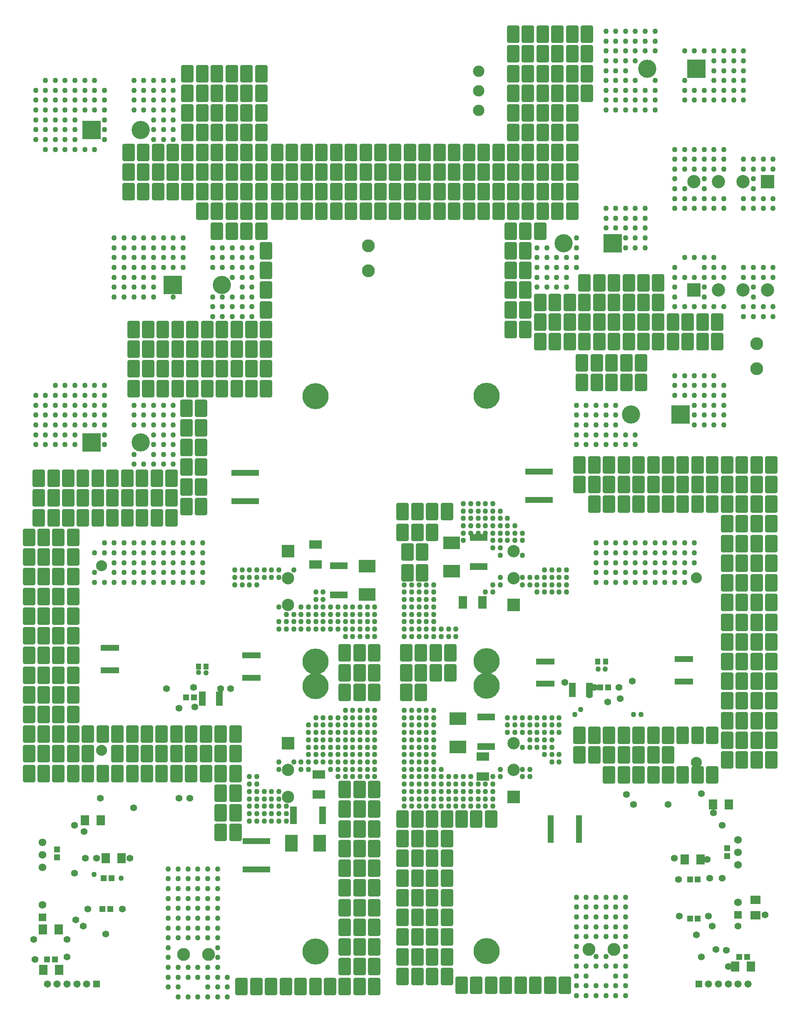
<source format=gbs>
G04 Layer_Color=16711935*
%FSLAX24Y24*%
%MOIN*%
G70*
G01*
G75*
G04:AMPARAMS|DCode=71|XSize=137.8mil|YSize=98.4mil|CornerRadius=9.8mil|HoleSize=0mil|Usage=FLASHONLY|Rotation=90.000|XOffset=0mil|YOffset=0mil|HoleType=Round|Shape=RoundedRectangle|*
%AMROUNDEDRECTD71*
21,1,0.1378,0.0787,0,0,90.0*
21,1,0.1181,0.0984,0,0,90.0*
1,1,0.0197,0.0394,0.0591*
1,1,0.0197,0.0394,-0.0591*
1,1,0.0197,-0.0394,-0.0591*
1,1,0.0197,-0.0394,0.0591*
%
%ADD71ROUNDEDRECTD71*%
%ADD81R,0.0474X0.0513*%
%ADD82R,0.0513X0.0474*%
%ADD83R,0.0533X0.1182*%
%ADD89C,0.0910*%
%ADD91C,0.0615*%
%ADD92R,0.0615X0.0615*%
%ADD93C,0.1064*%
%ADD94R,0.1064X0.1064*%
%ADD95C,0.0579*%
%ADD96R,0.0579X0.0579*%
%ADD97R,0.0986X0.0986*%
%ADD98C,0.0986*%
%ADD99R,0.1458X0.1458*%
%ADD100C,0.1458*%
%ADD101C,0.2088*%
%ADD102C,0.0880*%
%ADD103C,0.1030*%
%ADD104C,0.0434*%
%ADD105C,0.0552*%
%ADD106R,0.1320X0.1045*%
%ADD107R,0.1045X0.1320*%
%ADD108R,0.0651X0.0828*%
%ADD109R,0.0828X0.0651*%
%ADD110R,0.0671X0.1025*%
%ADD111R,0.1025X0.0671*%
%ADD112R,0.1458X0.0493*%
%ADD113R,0.2206X0.0493*%
%ADD114R,0.0493X0.2206*%
%ADD115R,0.0395X0.0493*%
%ADD116R,0.1391X0.0564*%
%ADD117R,0.0564X0.1391*%
D71*
X45374Y24213D02*
D03*
Y22638D02*
D03*
X47736D02*
D03*
X46555D02*
D03*
X47736Y21063D02*
D03*
Y24213D02*
D03*
X46555D02*
D03*
X48917D02*
D03*
Y21063D02*
D03*
X50098Y24213D02*
D03*
Y21063D02*
D03*
X51280Y24213D02*
D03*
Y21063D02*
D03*
X48917Y22638D02*
D03*
X50098D02*
D03*
X51280D02*
D03*
X52461D02*
D03*
Y21063D02*
D03*
X53642D02*
D03*
X54823D02*
D03*
X56004D02*
D03*
X52461Y24213D02*
D03*
X53642D02*
D03*
X54823D02*
D03*
X56004D02*
D03*
X57185Y22244D02*
D03*
X58366D02*
D03*
X59547D02*
D03*
X60728D02*
D03*
X60728Y23819D02*
D03*
X59547D02*
D03*
X58366D02*
D03*
X57185D02*
D03*
X60728Y25394D02*
D03*
X59547D02*
D03*
X58366D02*
D03*
X57185D02*
D03*
X60728Y26969D02*
D03*
X59547D02*
D03*
X58366D02*
D03*
X57185D02*
D03*
Y36417D02*
D03*
X58366D02*
D03*
X59547D02*
D03*
X60728D02*
D03*
Y34843D02*
D03*
X59547D02*
D03*
X58366D02*
D03*
X57185D02*
D03*
X60728Y33268D02*
D03*
X59547D02*
D03*
X58366D02*
D03*
X57185D02*
D03*
Y31693D02*
D03*
X58366D02*
D03*
X59547D02*
D03*
X60728D02*
D03*
X57185Y30118D02*
D03*
X58366D02*
D03*
X59547D02*
D03*
X60728D02*
D03*
X57185Y28543D02*
D03*
X58366D02*
D03*
X59547D02*
D03*
X60728D02*
D03*
Y37992D02*
D03*
X59547D02*
D03*
X58366D02*
D03*
X57185D02*
D03*
X60728Y39567D02*
D03*
X59547D02*
D03*
X58366D02*
D03*
X57185D02*
D03*
X60728Y41142D02*
D03*
X59547D02*
D03*
X58366D02*
D03*
X57185D02*
D03*
X46555Y42717D02*
D03*
X47736D02*
D03*
X48917D02*
D03*
X50098D02*
D03*
X51280D02*
D03*
X52461D02*
D03*
X53642D02*
D03*
X54823D02*
D03*
X56004D02*
D03*
X57185D02*
D03*
X58366D02*
D03*
X59547D02*
D03*
X60728D02*
D03*
X45374Y44291D02*
D03*
X46555D02*
D03*
X47736D02*
D03*
X48917D02*
D03*
X50098D02*
D03*
X51280D02*
D03*
X52461D02*
D03*
X53642D02*
D03*
X54823D02*
D03*
X56004D02*
D03*
X57185D02*
D03*
X58366D02*
D03*
X59547D02*
D03*
X60728D02*
D03*
Y45866D02*
D03*
X59547D02*
D03*
X58366D02*
D03*
X57185D02*
D03*
X56004D02*
D03*
X54823D02*
D03*
X53642D02*
D03*
X52461D02*
D03*
X51280D02*
D03*
X50098D02*
D03*
X48917D02*
D03*
X47736D02*
D03*
X46555D02*
D03*
X45374D02*
D03*
X50295Y52461D02*
D03*
X49114D02*
D03*
X47933D02*
D03*
X46752D02*
D03*
X45571D02*
D03*
Y54035D02*
D03*
X46752D02*
D03*
X47933D02*
D03*
X49114D02*
D03*
X50295D02*
D03*
X56398Y55709D02*
D03*
Y57283D02*
D03*
X55217Y55709D02*
D03*
Y57283D02*
D03*
X54035Y55709D02*
D03*
Y57283D02*
D03*
X52854Y55709D02*
D03*
Y57283D02*
D03*
X51673D02*
D03*
Y55709D02*
D03*
Y58858D02*
D03*
Y60433D02*
D03*
X50492Y57283D02*
D03*
Y55709D02*
D03*
Y58858D02*
D03*
Y60433D02*
D03*
X49311Y57283D02*
D03*
Y55709D02*
D03*
Y58858D02*
D03*
Y60433D02*
D03*
X48130Y57283D02*
D03*
Y55709D02*
D03*
Y58858D02*
D03*
Y60433D02*
D03*
X46949Y57283D02*
D03*
Y55709D02*
D03*
Y58858D02*
D03*
Y60433D02*
D03*
X45768D02*
D03*
Y58858D02*
D03*
X44587D02*
D03*
X45768Y55709D02*
D03*
X44587D02*
D03*
X45768Y57283D02*
D03*
X44587D02*
D03*
X43406Y58858D02*
D03*
X42224D02*
D03*
X43406Y55709D02*
D03*
X42224D02*
D03*
X43406Y57283D02*
D03*
X42224D02*
D03*
X39862Y58268D02*
D03*
X41043D02*
D03*
X39862Y56693D02*
D03*
X41043D02*
D03*
X39862Y59843D02*
D03*
X41043Y61417D02*
D03*
X39862D02*
D03*
X41043Y59843D02*
D03*
Y62992D02*
D03*
X32382Y42126D02*
D03*
X31201D02*
D03*
X34744D02*
D03*
X33563D02*
D03*
X33563Y40453D02*
D03*
X31201D02*
D03*
X32382D02*
D03*
X31594Y38878D02*
D03*
X32776D02*
D03*
Y37205D02*
D03*
X31594D02*
D03*
X44193Y4232D02*
D03*
X43012Y4232D02*
D03*
X41831D02*
D03*
X40650Y4232D02*
D03*
X39469D02*
D03*
X38287Y4232D02*
D03*
X37106D02*
D03*
X35925Y4232D02*
D03*
X34744Y4921D02*
D03*
X33563Y4921D02*
D03*
X32382D02*
D03*
X31201Y4921D02*
D03*
X34744Y6496D02*
D03*
X33563Y6496D02*
D03*
X32382D02*
D03*
X31201Y6496D02*
D03*
X34744Y8071D02*
D03*
X33563Y8071D02*
D03*
X32382D02*
D03*
X31201Y8071D02*
D03*
X34744Y9646D02*
D03*
X33563Y9646D02*
D03*
X32382D02*
D03*
X31201Y9646D02*
D03*
X34744Y11220D02*
D03*
X33563Y11220D02*
D03*
X32382D02*
D03*
X31201Y11220D02*
D03*
X34744Y12795D02*
D03*
X33563Y12795D02*
D03*
X32382D02*
D03*
X31201Y12795D02*
D03*
X34744Y14370D02*
D03*
X33563Y14370D02*
D03*
X32382D02*
D03*
X31201Y14370D02*
D03*
X34744Y15945D02*
D03*
X33563Y15945D02*
D03*
X32382D02*
D03*
X31201Y15945D02*
D03*
Y17520D02*
D03*
X32382Y17520D02*
D03*
X33563D02*
D03*
X34744Y17520D02*
D03*
X35925D02*
D03*
X37106Y17520D02*
D03*
X38287D02*
D03*
X19488Y4134D02*
D03*
X20669D02*
D03*
X21850D02*
D03*
X18307D02*
D03*
X26575Y5709D02*
D03*
X27756Y5709D02*
D03*
X28937D02*
D03*
Y4134D02*
D03*
X27756D02*
D03*
X26575Y4134D02*
D03*
X25394D02*
D03*
X24213D02*
D03*
X23031Y4134D02*
D03*
X26575Y10433D02*
D03*
X27756Y10433D02*
D03*
X28937D02*
D03*
Y8858D02*
D03*
X27756D02*
D03*
X26575Y8858D02*
D03*
X28937Y7283D02*
D03*
X27756D02*
D03*
X26575Y7283D02*
D03*
Y15157D02*
D03*
X27756Y15157D02*
D03*
X28937D02*
D03*
Y13583D02*
D03*
X27756D02*
D03*
X26575Y13583D02*
D03*
X28937Y12008D02*
D03*
X27756D02*
D03*
X26575Y12008D02*
D03*
Y19882D02*
D03*
X27756Y19882D02*
D03*
X28937D02*
D03*
Y18307D02*
D03*
X27756D02*
D03*
X26575Y18307D02*
D03*
X28937Y16732D02*
D03*
X27756D02*
D03*
X26575Y16732D02*
D03*
X35039Y30807D02*
D03*
Y29232D02*
D03*
X33858D02*
D03*
X31496Y30807D02*
D03*
X32677Y30807D02*
D03*
X33858D02*
D03*
X32677Y29232D02*
D03*
X31496Y29232D02*
D03*
X32677Y27657D02*
D03*
X31496Y27657D02*
D03*
X26575Y27657D02*
D03*
X27756Y27657D02*
D03*
X28937D02*
D03*
X26575Y29232D02*
D03*
X27756Y29232D02*
D03*
X28937D02*
D03*
Y30807D02*
D03*
X27756D02*
D03*
X26575Y30807D02*
D03*
X17815Y24311D02*
D03*
Y22736D02*
D03*
Y21161D02*
D03*
Y19587D02*
D03*
Y18012D02*
D03*
Y16437D02*
D03*
X16634Y16437D02*
D03*
Y18012D02*
D03*
Y19587D02*
D03*
Y21161D02*
D03*
Y22736D02*
D03*
Y24311D02*
D03*
X44783Y80315D02*
D03*
X40059D02*
D03*
Y78740D02*
D03*
Y77165D02*
D03*
Y75591D02*
D03*
Y74016D02*
D03*
Y72441D02*
D03*
X40059Y70866D02*
D03*
Y69291D02*
D03*
Y67717D02*
D03*
Y66142D02*
D03*
X39862Y64567D02*
D03*
X41043D02*
D03*
X41240Y66142D02*
D03*
Y67717D02*
D03*
Y69291D02*
D03*
Y70866D02*
D03*
X41240Y72441D02*
D03*
Y74016D02*
D03*
Y75591D02*
D03*
Y77165D02*
D03*
Y78740D02*
D03*
Y80315D02*
D03*
X42224Y64567D02*
D03*
X42421Y66142D02*
D03*
Y67717D02*
D03*
Y69291D02*
D03*
X42421Y70866D02*
D03*
X42421Y72441D02*
D03*
Y74016D02*
D03*
X42421Y75591D02*
D03*
Y77165D02*
D03*
Y78740D02*
D03*
Y80315D02*
D03*
X43602Y66142D02*
D03*
Y67717D02*
D03*
Y69291D02*
D03*
Y70866D02*
D03*
X43602Y72441D02*
D03*
Y74016D02*
D03*
Y75591D02*
D03*
Y77165D02*
D03*
Y78740D02*
D03*
Y80315D02*
D03*
X44783Y67717D02*
D03*
Y69291D02*
D03*
X44783Y70866D02*
D03*
X44783Y77165D02*
D03*
Y78740D02*
D03*
Y75591D02*
D03*
X45965D02*
D03*
Y78740D02*
D03*
Y77165D02*
D03*
Y80315D02*
D03*
X44783Y66142D02*
D03*
X44783Y72441D02*
D03*
Y74016D02*
D03*
X39862Y62992D02*
D03*
X38878Y66142D02*
D03*
Y67717D02*
D03*
Y69291D02*
D03*
Y70866D02*
D03*
X37697D02*
D03*
Y69291D02*
D03*
Y67717D02*
D03*
Y66142D02*
D03*
X29429D02*
D03*
Y67717D02*
D03*
Y69291D02*
D03*
Y70866D02*
D03*
X30610D02*
D03*
Y69291D02*
D03*
Y67717D02*
D03*
Y66142D02*
D03*
X36516D02*
D03*
X36516Y70866D02*
D03*
X36516Y69291D02*
D03*
Y67717D02*
D03*
X35335Y70866D02*
D03*
Y69291D02*
D03*
Y67717D02*
D03*
Y66142D02*
D03*
X34154Y70866D02*
D03*
X34154Y69291D02*
D03*
Y67717D02*
D03*
Y66142D02*
D03*
X32972Y70866D02*
D03*
Y69291D02*
D03*
Y67717D02*
D03*
Y66142D02*
D03*
X31791D02*
D03*
Y67717D02*
D03*
Y69291D02*
D03*
Y70866D02*
D03*
X21161Y66142D02*
D03*
Y67717D02*
D03*
Y69291D02*
D03*
Y70866D02*
D03*
X22343D02*
D03*
Y69291D02*
D03*
Y67717D02*
D03*
Y66142D02*
D03*
X28248D02*
D03*
X28248Y70866D02*
D03*
X28248Y69291D02*
D03*
Y67717D02*
D03*
X27067Y70866D02*
D03*
Y69291D02*
D03*
Y67717D02*
D03*
Y66142D02*
D03*
X25886Y70866D02*
D03*
X25886Y69291D02*
D03*
Y67717D02*
D03*
Y66142D02*
D03*
X24705Y70866D02*
D03*
Y69291D02*
D03*
Y67717D02*
D03*
Y66142D02*
D03*
X23524D02*
D03*
Y67717D02*
D03*
Y69291D02*
D03*
Y70866D02*
D03*
X19882Y70866D02*
D03*
X19882Y77165D02*
D03*
Y75591D02*
D03*
Y74016D02*
D03*
Y72441D02*
D03*
Y69291D02*
D03*
Y67717D02*
D03*
Y66142D02*
D03*
Y64567D02*
D03*
X18701D02*
D03*
Y66142D02*
D03*
Y67717D02*
D03*
Y69291D02*
D03*
Y72441D02*
D03*
Y74016D02*
D03*
Y75591D02*
D03*
Y77165D02*
D03*
X18701Y70866D02*
D03*
X16339D02*
D03*
X16339Y77165D02*
D03*
Y75591D02*
D03*
Y74016D02*
D03*
Y72441D02*
D03*
Y69291D02*
D03*
Y67717D02*
D03*
Y66142D02*
D03*
Y64567D02*
D03*
X17520D02*
D03*
Y66142D02*
D03*
Y67717D02*
D03*
Y69291D02*
D03*
Y72441D02*
D03*
Y74016D02*
D03*
Y75591D02*
D03*
Y77165D02*
D03*
X17520Y70866D02*
D03*
X13976D02*
D03*
X13976Y77165D02*
D03*
Y75591D02*
D03*
Y74016D02*
D03*
Y72441D02*
D03*
Y69291D02*
D03*
Y67717D02*
D03*
X15157D02*
D03*
Y69291D02*
D03*
Y72441D02*
D03*
Y74016D02*
D03*
Y75591D02*
D03*
Y77165D02*
D03*
X15157Y70866D02*
D03*
X12795Y70866D02*
D03*
Y69291D02*
D03*
Y67717D02*
D03*
X11614D02*
D03*
Y69291D02*
D03*
Y70866D02*
D03*
X10433D02*
D03*
Y69291D02*
D03*
Y67717D02*
D03*
X9252Y70866D02*
D03*
Y69291D02*
D03*
Y67717D02*
D03*
X15157Y66142D02*
D03*
X20276Y62992D02*
D03*
Y61417D02*
D03*
Y59843D02*
D03*
Y58268D02*
D03*
Y56693D02*
D03*
Y55118D02*
D03*
Y53543D02*
D03*
Y51968D02*
D03*
X19094Y56693D02*
D03*
Y55118D02*
D03*
Y53543D02*
D03*
Y51968D02*
D03*
X17913Y56693D02*
D03*
Y55118D02*
D03*
Y53543D02*
D03*
Y51968D02*
D03*
X16732Y56693D02*
D03*
Y55118D02*
D03*
Y53543D02*
D03*
Y51968D02*
D03*
X15551Y56693D02*
D03*
Y55118D02*
D03*
Y53543D02*
D03*
Y51968D02*
D03*
X14370Y56693D02*
D03*
Y55118D02*
D03*
Y53543D02*
D03*
Y51968D02*
D03*
X13189Y56693D02*
D03*
Y55118D02*
D03*
Y53543D02*
D03*
Y51968D02*
D03*
X12008Y56693D02*
D03*
Y55118D02*
D03*
Y53543D02*
D03*
Y51968D02*
D03*
X10827Y56693D02*
D03*
Y55118D02*
D03*
Y53543D02*
D03*
Y51968D02*
D03*
X9646Y56693D02*
D03*
Y55118D02*
D03*
Y53543D02*
D03*
Y51968D02*
D03*
X15059Y45669D02*
D03*
Y47244D02*
D03*
Y48819D02*
D03*
Y50394D02*
D03*
X13878D02*
D03*
Y48819D02*
D03*
Y47244D02*
D03*
Y45669D02*
D03*
Y42520D02*
D03*
Y44094D02*
D03*
X15059D02*
D03*
Y42520D02*
D03*
X12697Y41634D02*
D03*
Y43209D02*
D03*
X11516D02*
D03*
Y41634D02*
D03*
Y44783D02*
D03*
X12697D02*
D03*
X10335Y41634D02*
D03*
Y43209D02*
D03*
Y44783D02*
D03*
X6791D02*
D03*
Y43209D02*
D03*
Y41634D02*
D03*
X9154Y44783D02*
D03*
X7972D02*
D03*
Y41634D02*
D03*
Y43209D02*
D03*
X9154D02*
D03*
Y41634D02*
D03*
X3248Y44783D02*
D03*
Y43209D02*
D03*
Y41634D02*
D03*
X5610Y44783D02*
D03*
X4429D02*
D03*
Y41634D02*
D03*
Y43209D02*
D03*
X5610D02*
D03*
Y41634D02*
D03*
X2067Y44783D02*
D03*
Y43209D02*
D03*
Y41634D02*
D03*
X2461Y36909D02*
D03*
Y38484D02*
D03*
X1280D02*
D03*
Y36909D02*
D03*
Y40059D02*
D03*
X2461D02*
D03*
X4823Y38484D02*
D03*
Y36909D02*
D03*
Y40059D02*
D03*
X3642Y36909D02*
D03*
Y38484D02*
D03*
Y40059D02*
D03*
Y35335D02*
D03*
Y33760D02*
D03*
Y32185D02*
D03*
X4823Y35335D02*
D03*
Y32185D02*
D03*
Y33760D02*
D03*
X2461Y35335D02*
D03*
X1280D02*
D03*
Y32185D02*
D03*
Y33760D02*
D03*
X2461D02*
D03*
Y32185D02*
D03*
Y22736D02*
D03*
Y24311D02*
D03*
X1280D02*
D03*
Y22736D02*
D03*
Y25886D02*
D03*
X2461D02*
D03*
X4823Y24311D02*
D03*
Y22736D02*
D03*
Y25886D02*
D03*
X3642Y22736D02*
D03*
Y24311D02*
D03*
Y25886D02*
D03*
Y30610D02*
D03*
Y29035D02*
D03*
Y27461D02*
D03*
X4823Y30610D02*
D03*
Y27461D02*
D03*
Y29035D02*
D03*
X2461Y30610D02*
D03*
X1280D02*
D03*
Y27461D02*
D03*
Y29035D02*
D03*
X2461D02*
D03*
Y27461D02*
D03*
X3642Y21161D02*
D03*
X4823Y21161D02*
D03*
X1280D02*
D03*
X2461D02*
D03*
X7185D02*
D03*
X6004D02*
D03*
X9547D02*
D03*
X8366Y21161D02*
D03*
Y24311D02*
D03*
Y22736D02*
D03*
X9547Y22736D02*
D03*
Y24311D02*
D03*
X6004Y22736D02*
D03*
Y24311D02*
D03*
X7185D02*
D03*
X11909Y21161D02*
D03*
X10728D02*
D03*
X14272D02*
D03*
X13091Y21161D02*
D03*
Y24311D02*
D03*
Y22736D02*
D03*
X14272Y22736D02*
D03*
Y24311D02*
D03*
X10728Y22736D02*
D03*
Y24311D02*
D03*
X11909D02*
D03*
Y22736D02*
D03*
X15453Y24311D02*
D03*
Y22736D02*
D03*
Y21161D02*
D03*
D81*
X58780Y6496D02*
D03*
X58150D02*
D03*
X54843Y9547D02*
D03*
X54213D02*
D03*
X47657Y28051D02*
D03*
X47028D02*
D03*
X54843Y12697D02*
D03*
X54213D02*
D03*
X2736Y6299D02*
D03*
X3366D02*
D03*
X7795Y10335D02*
D03*
X7165D02*
D03*
X13858Y27264D02*
D03*
X14488D02*
D03*
X7894Y12795D02*
D03*
X7264D02*
D03*
D82*
X57185Y14547D02*
D03*
Y15177D02*
D03*
X3543Y14449D02*
D03*
Y15079D02*
D03*
D83*
X15167Y27165D02*
D03*
X16526D02*
D03*
X46152Y27854D02*
D03*
X44793D02*
D03*
D89*
X37303Y77346D02*
D03*
Y75787D02*
D03*
Y74228D02*
D03*
D91*
X58071Y15843D02*
D03*
Y14843D02*
D03*
Y13843D02*
D03*
Y10843D02*
D03*
X2362Y15653D02*
D03*
Y14653D02*
D03*
Y13653D02*
D03*
Y10653D02*
D03*
D92*
X58071Y9843D02*
D03*
X2362Y9653D02*
D03*
D93*
X58465Y68504D02*
D03*
X56496D02*
D03*
X54528D02*
D03*
X56496Y59843D02*
D03*
X58465D02*
D03*
X60433D02*
D03*
D94*
Y68504D02*
D03*
X54528Y59843D02*
D03*
D95*
X2753Y4331D02*
D03*
X3543D02*
D03*
X4331D02*
D03*
X5118D02*
D03*
X5906D02*
D03*
X58861Y4331D02*
D03*
X58071D02*
D03*
X57283D02*
D03*
X56496D02*
D03*
X55709D02*
D03*
D96*
X6693Y4331D02*
D03*
X54921Y4331D02*
D03*
D97*
X40098Y34655D02*
D03*
X22028Y38947D02*
D03*
Y23593D02*
D03*
X40098Y19301D02*
D03*
D98*
Y36801D02*
D03*
Y38947D02*
D03*
X22028Y36801D02*
D03*
Y34655D02*
D03*
Y21447D02*
D03*
Y19301D02*
D03*
X40098Y21447D02*
D03*
Y23593D02*
D03*
D99*
X12795Y60236D02*
D03*
X54724Y77559D02*
D03*
X48032Y63583D02*
D03*
X53445Y49902D02*
D03*
X6299Y72638D02*
D03*
Y47638D02*
D03*
D100*
X16732Y60236D02*
D03*
X50787Y77559D02*
D03*
X44094Y63583D02*
D03*
X49508Y49902D02*
D03*
X10236Y72638D02*
D03*
Y47638D02*
D03*
D101*
X37933Y28179D02*
D03*
Y6949D02*
D03*
X24232Y6909D02*
D03*
Y28140D02*
D03*
X37933Y51378D02*
D03*
Y30148D02*
D03*
X24232Y30108D02*
D03*
Y51339D02*
D03*
D102*
X54724Y36811D02*
D03*
Y22047D02*
D03*
X7087Y37795D02*
D03*
Y23031D02*
D03*
D103*
X59547Y55543D02*
D03*
Y53543D02*
D03*
X15650Y6693D02*
D03*
X13650D02*
D03*
X28445Y61386D02*
D03*
Y63386D02*
D03*
X48130Y7087D02*
D03*
X46130D02*
D03*
D104*
X19134Y63228D02*
D03*
Y62441D02*
D03*
Y61654D02*
D03*
Y60866D02*
D03*
Y60079D02*
D03*
Y59291D02*
D03*
Y58504D02*
D03*
Y57717D02*
D03*
X18346Y63228D02*
D03*
Y62441D02*
D03*
Y61654D02*
D03*
Y60866D02*
D03*
Y60079D02*
D03*
Y59291D02*
D03*
Y58504D02*
D03*
Y57717D02*
D03*
X17559Y63228D02*
D03*
Y62441D02*
D03*
Y61654D02*
D03*
Y60866D02*
D03*
Y59291D02*
D03*
Y58504D02*
D03*
Y57717D02*
D03*
X16772Y63228D02*
D03*
Y62441D02*
D03*
Y61654D02*
D03*
Y59291D02*
D03*
Y58504D02*
D03*
Y57717D02*
D03*
X15984Y63228D02*
D03*
Y62441D02*
D03*
Y61654D02*
D03*
Y59291D02*
D03*
Y58504D02*
D03*
Y57717D02*
D03*
X12835Y76614D02*
D03*
Y75827D02*
D03*
Y75039D02*
D03*
Y74252D02*
D03*
Y73465D02*
D03*
Y72677D02*
D03*
Y71890D02*
D03*
X12047Y76614D02*
D03*
Y75827D02*
D03*
Y75039D02*
D03*
Y74252D02*
D03*
Y73465D02*
D03*
Y72677D02*
D03*
Y71890D02*
D03*
X11260Y76614D02*
D03*
Y75827D02*
D03*
Y75039D02*
D03*
Y74252D02*
D03*
Y73465D02*
D03*
Y72677D02*
D03*
Y71890D02*
D03*
X10472Y76614D02*
D03*
Y75827D02*
D03*
Y75039D02*
D03*
Y74252D02*
D03*
X9685Y76614D02*
D03*
Y75827D02*
D03*
Y75039D02*
D03*
Y74252D02*
D03*
X13622Y64016D02*
D03*
Y63228D02*
D03*
Y62441D02*
D03*
Y61654D02*
D03*
X12835Y64016D02*
D03*
Y63228D02*
D03*
Y62441D02*
D03*
Y61654D02*
D03*
Y59291D02*
D03*
X12047Y64016D02*
D03*
Y63228D02*
D03*
Y62441D02*
D03*
Y61654D02*
D03*
X11260Y64016D02*
D03*
Y63228D02*
D03*
Y62441D02*
D03*
Y61654D02*
D03*
Y60866D02*
D03*
Y60079D02*
D03*
Y59291D02*
D03*
X10472Y64016D02*
D03*
Y63228D02*
D03*
Y62441D02*
D03*
Y61654D02*
D03*
Y60866D02*
D03*
Y60079D02*
D03*
Y59291D02*
D03*
X9685Y64016D02*
D03*
Y63228D02*
D03*
Y62441D02*
D03*
Y61654D02*
D03*
Y60866D02*
D03*
Y60079D02*
D03*
Y59291D02*
D03*
X8898Y64016D02*
D03*
Y63228D02*
D03*
Y62441D02*
D03*
Y61654D02*
D03*
Y60866D02*
D03*
Y60079D02*
D03*
Y59291D02*
D03*
X8110Y64016D02*
D03*
Y63228D02*
D03*
Y62441D02*
D03*
Y61654D02*
D03*
Y60866D02*
D03*
Y60079D02*
D03*
Y59291D02*
D03*
X7323Y75827D02*
D03*
Y75039D02*
D03*
Y74252D02*
D03*
Y73465D02*
D03*
Y72677D02*
D03*
Y71890D02*
D03*
Y52205D02*
D03*
Y51417D02*
D03*
Y50630D02*
D03*
Y49843D02*
D03*
Y49055D02*
D03*
Y48268D02*
D03*
Y47480D02*
D03*
X6535Y76614D02*
D03*
Y75827D02*
D03*
Y75039D02*
D03*
Y74252D02*
D03*
Y71102D02*
D03*
Y52205D02*
D03*
Y51417D02*
D03*
Y50630D02*
D03*
Y49843D02*
D03*
Y49055D02*
D03*
X5748Y76614D02*
D03*
Y75827D02*
D03*
Y75039D02*
D03*
Y74252D02*
D03*
Y71102D02*
D03*
Y52205D02*
D03*
Y51417D02*
D03*
Y50630D02*
D03*
Y49843D02*
D03*
Y49055D02*
D03*
X4961Y76614D02*
D03*
Y75827D02*
D03*
Y75039D02*
D03*
Y74252D02*
D03*
Y73465D02*
D03*
Y72677D02*
D03*
Y71890D02*
D03*
Y71102D02*
D03*
Y52205D02*
D03*
Y51417D02*
D03*
Y50630D02*
D03*
Y49843D02*
D03*
Y49055D02*
D03*
Y48268D02*
D03*
Y47480D02*
D03*
X4173Y76614D02*
D03*
Y75827D02*
D03*
Y75039D02*
D03*
Y74252D02*
D03*
Y73465D02*
D03*
Y72677D02*
D03*
Y71890D02*
D03*
Y71102D02*
D03*
Y52205D02*
D03*
Y51417D02*
D03*
Y50630D02*
D03*
Y49843D02*
D03*
Y49055D02*
D03*
Y48268D02*
D03*
Y47480D02*
D03*
X3386Y76614D02*
D03*
Y75827D02*
D03*
Y75039D02*
D03*
Y74252D02*
D03*
Y73465D02*
D03*
Y72677D02*
D03*
Y71890D02*
D03*
Y71102D02*
D03*
Y52205D02*
D03*
Y51417D02*
D03*
Y50630D02*
D03*
Y49843D02*
D03*
Y49055D02*
D03*
Y48268D02*
D03*
Y47480D02*
D03*
X2598Y76614D02*
D03*
Y75827D02*
D03*
Y75039D02*
D03*
Y74252D02*
D03*
Y73465D02*
D03*
Y72677D02*
D03*
Y71890D02*
D03*
Y71102D02*
D03*
Y51417D02*
D03*
Y50630D02*
D03*
Y49843D02*
D03*
Y49055D02*
D03*
Y48268D02*
D03*
Y47480D02*
D03*
X1811Y75827D02*
D03*
Y75039D02*
D03*
Y74252D02*
D03*
Y73465D02*
D03*
Y72677D02*
D03*
Y71890D02*
D03*
Y51417D02*
D03*
Y50630D02*
D03*
Y49843D02*
D03*
Y49055D02*
D03*
Y48268D02*
D03*
Y47480D02*
D03*
X8110Y36457D02*
D03*
X9685D02*
D03*
X6535Y37244D02*
D03*
X8110D02*
D03*
X9685Y38032D02*
D03*
X11260Y37244D02*
D03*
X10472D02*
D03*
X12835Y38032D02*
D03*
X6535Y38819D02*
D03*
X7323Y39606D02*
D03*
X10472Y38819D02*
D03*
X11260D02*
D03*
X12047D02*
D03*
X13622D02*
D03*
X12047Y39606D02*
D03*
X14409Y38819D02*
D03*
Y37244D02*
D03*
X15197Y39606D02*
D03*
X9685D02*
D03*
X47480Y36457D02*
D03*
X48268D02*
D03*
X46693D02*
D03*
X47480Y37244D02*
D03*
X48268D02*
D03*
X46693Y38032D02*
D03*
X47480D02*
D03*
X51417Y36457D02*
D03*
X50630D02*
D03*
X49055Y38032D02*
D03*
X51417Y37244D02*
D03*
X50630D02*
D03*
X46693Y38819D02*
D03*
X47480Y39606D02*
D03*
X46693D02*
D03*
X49055D02*
D03*
X49843Y38032D02*
D03*
X50630D02*
D03*
X52205D02*
D03*
X50630Y38819D02*
D03*
X49843Y39606D02*
D03*
X50630D02*
D03*
Y63228D02*
D03*
X52205Y39606D02*
D03*
X52992Y37244D02*
D03*
X53780Y36457D02*
D03*
X52992Y38032D02*
D03*
X53780Y37244D02*
D03*
X52992Y38819D02*
D03*
X53780Y38032D02*
D03*
X54567Y38819D02*
D03*
Y38032D02*
D03*
X56929Y49055D02*
D03*
X56142D02*
D03*
X55354Y49843D02*
D03*
X56142D02*
D03*
X53780Y52205D02*
D03*
Y51417D02*
D03*
X54567Y50630D02*
D03*
Y51417D02*
D03*
X55354Y50630D02*
D03*
X54567Y52992D02*
D03*
X55354Y51417D02*
D03*
X56929D02*
D03*
X55354Y52205D02*
D03*
X56142D02*
D03*
Y52992D02*
D03*
X47480Y64803D02*
D03*
X48268Y65591D02*
D03*
Y64803D02*
D03*
X49055Y64016D02*
D03*
Y64803D02*
D03*
X48268Y66378D02*
D03*
X49843Y63228D02*
D03*
Y65591D02*
D03*
Y66378D02*
D03*
X50630D02*
D03*
X54567D02*
D03*
X53780Y69528D02*
D03*
X52992D02*
D03*
X54567Y71102D02*
D03*
Y70315D02*
D03*
Y75827D02*
D03*
Y75039D02*
D03*
X55354Y66378D02*
D03*
Y67953D02*
D03*
X56142Y66378D02*
D03*
Y69528D02*
D03*
X55354Y70315D02*
D03*
X56142Y71102D02*
D03*
X55354Y75039D02*
D03*
X56929Y71102D02*
D03*
Y75039D02*
D03*
X57717D02*
D03*
X55354Y75827D02*
D03*
X56929Y76614D02*
D03*
X55354Y78976D02*
D03*
X56142Y78189D02*
D03*
Y78976D02*
D03*
X56929Y78189D02*
D03*
X57717Y75827D02*
D03*
Y77402D02*
D03*
X58504Y75827D02*
D03*
X56929Y78976D02*
D03*
X57717D02*
D03*
X45118Y47480D02*
D03*
Y48268D02*
D03*
X45906Y47480D02*
D03*
X46693Y48268D02*
D03*
X45906Y49843D02*
D03*
X45118Y50630D02*
D03*
X46693D02*
D03*
Y47480D02*
D03*
X49055D02*
D03*
X48268Y49055D02*
D03*
X49055Y48268D02*
D03*
X49843D02*
D03*
X47480Y50630D02*
D03*
X53780Y58504D02*
D03*
X52992Y60866D02*
D03*
X55354Y58504D02*
D03*
Y59291D02*
D03*
Y60079D02*
D03*
X47480Y75039D02*
D03*
X48268Y74252D02*
D03*
Y75039D02*
D03*
X49055Y74252D02*
D03*
X47480Y75827D02*
D03*
X48268Y76614D02*
D03*
Y77402D02*
D03*
X47480Y78189D02*
D03*
Y78976D02*
D03*
Y80551D02*
D03*
X48268D02*
D03*
X49055Y75039D02*
D03*
X48268Y78189D02*
D03*
Y79764D02*
D03*
Y78976D02*
D03*
X49055Y80551D02*
D03*
X50630Y74252D02*
D03*
X49843Y75039D02*
D03*
X51417D02*
D03*
X55354Y61654D02*
D03*
X56142D02*
D03*
X54567Y62441D02*
D03*
X55354D02*
D03*
X53780D02*
D03*
X56142D02*
D03*
X49055Y77402D02*
D03*
X49843Y75827D02*
D03*
Y78189D02*
D03*
X49055Y78976D02*
D03*
X49843D02*
D03*
Y79764D02*
D03*
X51417Y75827D02*
D03*
Y78976D02*
D03*
X50630Y79764D02*
D03*
X51417D02*
D03*
X24252Y34488D02*
D03*
X24843D02*
D03*
X25433D02*
D03*
X24252Y35669D02*
D03*
X24843D02*
D03*
X26024Y34488D02*
D03*
X25433Y33898D02*
D03*
X46850Y29528D02*
D03*
X44331Y37441D02*
D03*
Y36850D02*
D03*
Y36260D02*
D03*
Y35669D02*
D03*
X43740Y37441D02*
D03*
Y36850D02*
D03*
Y36260D02*
D03*
Y35669D02*
D03*
X43150Y37441D02*
D03*
Y36850D02*
D03*
Y36260D02*
D03*
Y35669D02*
D03*
X42559Y37441D02*
D03*
Y36850D02*
D03*
Y36260D02*
D03*
Y35669D02*
D03*
X41968Y36850D02*
D03*
Y36260D02*
D03*
Y35669D02*
D03*
X41378Y36850D02*
D03*
Y36260D02*
D03*
X40787Y36850D02*
D03*
Y36260D02*
D03*
X39016Y36850D02*
D03*
Y36260D02*
D03*
X38425D02*
D03*
Y35669D02*
D03*
X37835D02*
D03*
X49055Y11260D02*
D03*
Y10472D02*
D03*
Y9685D02*
D03*
Y8898D02*
D03*
Y8110D02*
D03*
Y7323D02*
D03*
Y6535D02*
D03*
Y5748D02*
D03*
Y4961D02*
D03*
Y4173D02*
D03*
Y3386D02*
D03*
X48268Y11260D02*
D03*
Y10472D02*
D03*
Y9685D02*
D03*
Y8898D02*
D03*
Y8110D02*
D03*
Y5748D02*
D03*
Y4961D02*
D03*
Y4173D02*
D03*
Y3386D02*
D03*
X47480Y11260D02*
D03*
Y10472D02*
D03*
Y9685D02*
D03*
Y8898D02*
D03*
Y8110D02*
D03*
Y6535D02*
D03*
Y5748D02*
D03*
Y4173D02*
D03*
Y3386D02*
D03*
X46693Y11260D02*
D03*
Y10472D02*
D03*
Y9685D02*
D03*
Y8898D02*
D03*
Y8110D02*
D03*
Y6535D02*
D03*
Y5748D02*
D03*
Y4173D02*
D03*
Y3386D02*
D03*
X45906Y11260D02*
D03*
Y10472D02*
D03*
Y9685D02*
D03*
Y8898D02*
D03*
Y8110D02*
D03*
Y5748D02*
D03*
Y4961D02*
D03*
Y4173D02*
D03*
Y3386D02*
D03*
X45118Y11260D02*
D03*
Y10472D02*
D03*
Y9685D02*
D03*
Y8898D02*
D03*
Y8110D02*
D03*
Y7323D02*
D03*
Y6535D02*
D03*
Y5748D02*
D03*
Y4961D02*
D03*
Y4173D02*
D03*
Y3386D02*
D03*
X21890Y18543D02*
D03*
Y17953D02*
D03*
Y17362D02*
D03*
X21299Y19724D02*
D03*
Y19134D02*
D03*
Y18543D02*
D03*
Y17953D02*
D03*
Y17362D02*
D03*
X20709Y19724D02*
D03*
Y19134D02*
D03*
Y18543D02*
D03*
Y17953D02*
D03*
Y17362D02*
D03*
X20118Y19724D02*
D03*
Y19134D02*
D03*
Y18543D02*
D03*
Y17953D02*
D03*
Y17362D02*
D03*
X19528Y20905D02*
D03*
Y20315D02*
D03*
Y19724D02*
D03*
Y19134D02*
D03*
Y18543D02*
D03*
Y17953D02*
D03*
Y17362D02*
D03*
X18937Y20905D02*
D03*
Y20315D02*
D03*
Y19724D02*
D03*
Y19134D02*
D03*
Y18543D02*
D03*
Y17953D02*
D03*
Y17362D02*
D03*
X31339Y19134D02*
D03*
X31929Y18543D02*
D03*
X32520D02*
D03*
X31339Y19724D02*
D03*
Y20905D02*
D03*
X31929Y19724D02*
D03*
Y19134D02*
D03*
X31339Y23268D02*
D03*
Y24449D02*
D03*
Y23858D02*
D03*
X31929Y20905D02*
D03*
Y21496D02*
D03*
X32520Y20315D02*
D03*
Y19134D02*
D03*
Y22087D02*
D03*
Y20905D02*
D03*
X31929Y23858D02*
D03*
Y23268D02*
D03*
Y24449D02*
D03*
X32520Y23268D02*
D03*
X33110Y19134D02*
D03*
Y18543D02*
D03*
X33701Y19134D02*
D03*
X34291Y18543D02*
D03*
X32520Y21496D02*
D03*
X33110Y20905D02*
D03*
Y22087D02*
D03*
X32520Y23858D02*
D03*
X33701Y20315D02*
D03*
Y19724D02*
D03*
X34291Y21496D02*
D03*
X33701Y24449D02*
D03*
X31339Y25039D02*
D03*
Y25630D02*
D03*
Y26220D02*
D03*
X31929Y25630D02*
D03*
Y26220D02*
D03*
X31339Y32126D02*
D03*
Y32717D02*
D03*
X31929Y33898D02*
D03*
Y25039D02*
D03*
X32520D02*
D03*
Y26220D02*
D03*
Y32126D02*
D03*
X31929D02*
D03*
Y33307D02*
D03*
X32520D02*
D03*
Y32717D02*
D03*
Y33898D02*
D03*
X31339Y35079D02*
D03*
Y34488D02*
D03*
Y36260D02*
D03*
Y35669D02*
D03*
X31929Y34488D02*
D03*
X32520Y36260D02*
D03*
Y34488D02*
D03*
X33110Y25630D02*
D03*
Y33307D02*
D03*
Y32717D02*
D03*
X33701Y33307D02*
D03*
X34291Y32126D02*
D03*
X33701D02*
D03*
X32520Y35079D02*
D03*
X33701Y36260D02*
D03*
X36654Y18543D02*
D03*
X37835D02*
D03*
X34882Y19134D02*
D03*
Y19724D02*
D03*
X35472Y19134D02*
D03*
X34882Y20315D02*
D03*
X35472Y19724D02*
D03*
X34882Y32126D02*
D03*
X35472Y20315D02*
D03*
Y32126D02*
D03*
X36063Y19724D02*
D03*
Y20905D02*
D03*
X37244Y20315D02*
D03*
X34882Y32717D02*
D03*
X36063Y40394D02*
D03*
Y39803D02*
D03*
X36654Y40394D02*
D03*
Y40984D02*
D03*
X37244Y40394D02*
D03*
X36654Y42165D02*
D03*
X37244Y41575D02*
D03*
X37835Y19134D02*
D03*
X38425D02*
D03*
Y20315D02*
D03*
Y19724D02*
D03*
X37835Y20315D02*
D03*
X38425Y20905D02*
D03*
X39016Y38622D02*
D03*
X38425Y39803D02*
D03*
X40787Y21496D02*
D03*
X41378Y20905D02*
D03*
X39016Y39213D02*
D03*
X39606Y39803D02*
D03*
X37835Y40984D02*
D03*
Y40394D02*
D03*
Y42165D02*
D03*
X38425D02*
D03*
Y42756D02*
D03*
X39016Y40394D02*
D03*
Y39803D02*
D03*
X39606Y40394D02*
D03*
X40787D02*
D03*
X39016Y41575D02*
D03*
Y40984D02*
D03*
X39606Y41575D02*
D03*
X41378Y21496D02*
D03*
X40787Y20905D02*
D03*
X39016Y21496D02*
D03*
Y20905D02*
D03*
X38425Y18543D02*
D03*
X37835Y19724D02*
D03*
X37244D02*
D03*
Y19134D02*
D03*
Y18543D02*
D03*
X36654Y20905D02*
D03*
Y20315D02*
D03*
Y19724D02*
D03*
Y19134D02*
D03*
X36063Y20315D02*
D03*
Y19134D02*
D03*
Y18543D02*
D03*
X35472Y20905D02*
D03*
Y18543D02*
D03*
X34882Y20905D02*
D03*
Y18543D02*
D03*
X34291Y20905D02*
D03*
Y20315D02*
D03*
Y19724D02*
D03*
Y19134D02*
D03*
X33701Y26220D02*
D03*
Y25630D02*
D03*
Y25039D02*
D03*
Y23858D02*
D03*
Y23268D02*
D03*
Y22677D02*
D03*
Y22087D02*
D03*
Y21496D02*
D03*
Y20905D02*
D03*
Y18543D02*
D03*
X33110Y26220D02*
D03*
Y25039D02*
D03*
Y24449D02*
D03*
Y23858D02*
D03*
Y23268D02*
D03*
Y22677D02*
D03*
Y21496D02*
D03*
Y20315D02*
D03*
Y19724D02*
D03*
X32520Y25630D02*
D03*
Y24449D02*
D03*
Y22677D02*
D03*
Y19724D02*
D03*
X31929Y22677D02*
D03*
Y22087D02*
D03*
Y20315D02*
D03*
X31339Y22677D02*
D03*
Y22087D02*
D03*
Y21496D02*
D03*
Y20315D02*
D03*
Y18543D02*
D03*
X35472Y32717D02*
D03*
X34291D02*
D03*
X33701Y35669D02*
D03*
Y35079D02*
D03*
Y34488D02*
D03*
Y33898D02*
D03*
Y32717D02*
D03*
X33110Y36260D02*
D03*
Y35669D02*
D03*
Y35079D02*
D03*
Y34488D02*
D03*
Y33898D02*
D03*
Y32126D02*
D03*
X32520Y35669D02*
D03*
X31929Y36260D02*
D03*
Y35669D02*
D03*
Y35079D02*
D03*
Y32717D02*
D03*
X31339Y33898D02*
D03*
Y33307D02*
D03*
X40787Y39803D02*
D03*
Y38622D02*
D03*
X40197Y40984D02*
D03*
Y40394D02*
D03*
Y39803D02*
D03*
X39606Y40984D02*
D03*
X39016Y42165D02*
D03*
X38425Y41575D02*
D03*
Y40984D02*
D03*
Y40394D02*
D03*
Y39213D02*
D03*
X37835Y42756D02*
D03*
Y41575D02*
D03*
X37244Y42756D02*
D03*
Y42165D02*
D03*
Y40984D02*
D03*
X36654Y42756D02*
D03*
Y41575D02*
D03*
X36063Y42756D02*
D03*
Y42165D02*
D03*
Y41575D02*
D03*
Y40984D02*
D03*
X17165Y4862D02*
D03*
Y4075D02*
D03*
Y3287D02*
D03*
X16378Y13524D02*
D03*
Y12736D02*
D03*
Y11949D02*
D03*
Y11161D02*
D03*
Y10374D02*
D03*
Y9587D02*
D03*
Y8799D02*
D03*
Y8012D02*
D03*
Y7224D02*
D03*
Y6437D02*
D03*
Y5650D02*
D03*
Y4862D02*
D03*
Y4075D02*
D03*
Y3287D02*
D03*
X15591Y13524D02*
D03*
Y12736D02*
D03*
Y11949D02*
D03*
Y11161D02*
D03*
Y10374D02*
D03*
Y9587D02*
D03*
Y8799D02*
D03*
Y8012D02*
D03*
Y5650D02*
D03*
Y4862D02*
D03*
Y4075D02*
D03*
Y3287D02*
D03*
X14803Y13524D02*
D03*
Y12736D02*
D03*
Y11949D02*
D03*
Y11161D02*
D03*
Y10374D02*
D03*
Y9587D02*
D03*
Y8799D02*
D03*
Y8012D02*
D03*
Y5650D02*
D03*
Y4862D02*
D03*
Y3287D02*
D03*
X14016Y13524D02*
D03*
Y12736D02*
D03*
Y11949D02*
D03*
Y11161D02*
D03*
Y10374D02*
D03*
Y9587D02*
D03*
Y8799D02*
D03*
Y8012D02*
D03*
Y5650D02*
D03*
Y4862D02*
D03*
Y3287D02*
D03*
X13228Y13524D02*
D03*
Y12736D02*
D03*
Y11949D02*
D03*
Y11161D02*
D03*
Y10374D02*
D03*
Y9587D02*
D03*
Y8799D02*
D03*
Y8012D02*
D03*
Y5650D02*
D03*
Y4862D02*
D03*
Y4075D02*
D03*
Y3287D02*
D03*
X12441Y13524D02*
D03*
Y12736D02*
D03*
Y11949D02*
D03*
Y11161D02*
D03*
Y10374D02*
D03*
Y9587D02*
D03*
Y8799D02*
D03*
Y8012D02*
D03*
Y7224D02*
D03*
Y6437D02*
D03*
Y5650D02*
D03*
Y4862D02*
D03*
Y4075D02*
D03*
X28976Y26220D02*
D03*
Y25630D02*
D03*
Y25039D02*
D03*
Y24449D02*
D03*
Y23858D02*
D03*
Y23268D02*
D03*
Y22677D02*
D03*
Y22087D02*
D03*
Y21496D02*
D03*
Y20905D02*
D03*
X28386Y26220D02*
D03*
Y25630D02*
D03*
Y25039D02*
D03*
Y24449D02*
D03*
Y23858D02*
D03*
Y23268D02*
D03*
Y22677D02*
D03*
Y22087D02*
D03*
Y21496D02*
D03*
Y20905D02*
D03*
X27795Y26220D02*
D03*
Y25630D02*
D03*
Y25039D02*
D03*
Y24449D02*
D03*
Y23858D02*
D03*
Y23268D02*
D03*
Y22677D02*
D03*
Y22087D02*
D03*
Y21496D02*
D03*
Y20905D02*
D03*
X27205Y26220D02*
D03*
Y25630D02*
D03*
Y25039D02*
D03*
Y24449D02*
D03*
Y23858D02*
D03*
Y23268D02*
D03*
Y22677D02*
D03*
Y22087D02*
D03*
Y21496D02*
D03*
Y20905D02*
D03*
X26614Y26220D02*
D03*
Y25630D02*
D03*
Y25039D02*
D03*
Y24449D02*
D03*
Y23858D02*
D03*
Y23268D02*
D03*
Y22677D02*
D03*
Y22087D02*
D03*
Y21496D02*
D03*
Y20905D02*
D03*
X26024Y25630D02*
D03*
Y25039D02*
D03*
Y24449D02*
D03*
Y23858D02*
D03*
Y23268D02*
D03*
Y22677D02*
D03*
Y22087D02*
D03*
Y21496D02*
D03*
Y20905D02*
D03*
X25433Y25630D02*
D03*
Y25039D02*
D03*
Y24449D02*
D03*
Y23858D02*
D03*
Y23268D02*
D03*
Y22677D02*
D03*
Y22087D02*
D03*
Y21496D02*
D03*
X24843Y25630D02*
D03*
Y25039D02*
D03*
Y24449D02*
D03*
Y23858D02*
D03*
Y23268D02*
D03*
Y22677D02*
D03*
Y22087D02*
D03*
X24252Y25630D02*
D03*
Y25039D02*
D03*
Y24449D02*
D03*
Y23858D02*
D03*
Y23268D02*
D03*
Y22677D02*
D03*
Y22087D02*
D03*
X23661Y25039D02*
D03*
Y24449D02*
D03*
Y23858D02*
D03*
Y23268D02*
D03*
Y22677D02*
D03*
Y22087D02*
D03*
Y21496D02*
D03*
X23071Y22087D02*
D03*
Y21496D02*
D03*
X22480Y22087D02*
D03*
X21299D02*
D03*
Y21496D02*
D03*
X6535Y36457D02*
D03*
X7323D02*
D03*
Y38819D02*
D03*
X8110Y38032D02*
D03*
Y38819D02*
D03*
Y39606D02*
D03*
X8898Y36457D02*
D03*
Y37244D02*
D03*
Y38032D02*
D03*
Y38819D02*
D03*
Y39606D02*
D03*
X9685Y37244D02*
D03*
Y38819D02*
D03*
X10472Y36457D02*
D03*
Y38032D02*
D03*
Y39606D02*
D03*
X11260Y36457D02*
D03*
Y38032D02*
D03*
Y39606D02*
D03*
X12047Y36457D02*
D03*
Y37244D02*
D03*
Y38032D02*
D03*
X12835Y36457D02*
D03*
Y37244D02*
D03*
Y38819D02*
D03*
Y39606D02*
D03*
X13622Y36457D02*
D03*
Y37244D02*
D03*
Y38032D02*
D03*
Y39606D02*
D03*
X14409Y36457D02*
D03*
Y38032D02*
D03*
Y39606D02*
D03*
X15197Y36457D02*
D03*
Y37244D02*
D03*
Y38032D02*
D03*
Y38819D02*
D03*
X46693Y37244D02*
D03*
X47480Y38819D02*
D03*
X48268Y38032D02*
D03*
Y38819D02*
D03*
Y39606D02*
D03*
X49055Y36457D02*
D03*
Y37244D02*
D03*
Y38819D02*
D03*
X49843Y36457D02*
D03*
Y37244D02*
D03*
Y38819D02*
D03*
X51417Y38032D02*
D03*
Y38819D02*
D03*
Y39606D02*
D03*
X52205Y36457D02*
D03*
Y37244D02*
D03*
Y38819D02*
D03*
X52992Y36457D02*
D03*
Y39606D02*
D03*
X53780Y38819D02*
D03*
Y39606D02*
D03*
X54567D02*
D03*
X47441Y29527D02*
D03*
X45472Y26280D02*
D03*
X44980Y25886D02*
D03*
X49705D02*
D03*
X50295D02*
D03*
X17756Y36260D02*
D03*
Y36850D02*
D03*
Y37441D02*
D03*
X18346Y36260D02*
D03*
Y36850D02*
D03*
Y37441D02*
D03*
X18937Y36260D02*
D03*
Y36850D02*
D03*
Y37441D02*
D03*
X19528Y36260D02*
D03*
Y36850D02*
D03*
Y37441D02*
D03*
X20118Y36850D02*
D03*
Y37441D02*
D03*
X20709Y36850D02*
D03*
Y37441D02*
D03*
X21299Y36850D02*
D03*
Y37441D02*
D03*
X22480D02*
D03*
X21299Y32717D02*
D03*
Y33307D02*
D03*
Y34488D02*
D03*
X21890Y32717D02*
D03*
Y33307D02*
D03*
Y33898D02*
D03*
X22480Y32717D02*
D03*
Y33307D02*
D03*
Y33898D02*
D03*
X23071Y32717D02*
D03*
Y33307D02*
D03*
Y33898D02*
D03*
Y34488D02*
D03*
X23661Y32717D02*
D03*
Y33307D02*
D03*
Y33898D02*
D03*
Y34488D02*
D03*
X24252Y32717D02*
D03*
Y33307D02*
D03*
Y33898D02*
D03*
Y35079D02*
D03*
X24843Y32717D02*
D03*
Y33307D02*
D03*
Y33898D02*
D03*
Y35079D02*
D03*
X25433Y32717D02*
D03*
Y33307D02*
D03*
X26024Y32717D02*
D03*
Y33307D02*
D03*
Y33898D02*
D03*
X26614Y32126D02*
D03*
Y32717D02*
D03*
Y33307D02*
D03*
Y33898D02*
D03*
Y34488D02*
D03*
X27205Y32126D02*
D03*
Y32717D02*
D03*
Y33307D02*
D03*
Y33898D02*
D03*
Y34488D02*
D03*
X27795Y32126D02*
D03*
Y32717D02*
D03*
Y33307D02*
D03*
Y33898D02*
D03*
Y34488D02*
D03*
X28386Y32126D02*
D03*
Y32717D02*
D03*
Y33307D02*
D03*
Y33898D02*
D03*
Y34488D02*
D03*
X28976Y32126D02*
D03*
Y32717D02*
D03*
Y33307D02*
D03*
Y33898D02*
D03*
Y34488D02*
D03*
X14852Y29242D02*
D03*
X15453Y29232D02*
D03*
X6496Y13091D02*
D03*
X8661Y12795D02*
D03*
X53780Y75039D02*
D03*
Y75827D02*
D03*
Y76614D02*
D03*
Y78976D02*
D03*
X54567D02*
D03*
X56142Y75039D02*
D03*
Y75827D02*
D03*
Y76614D02*
D03*
Y77402D02*
D03*
X56929Y75827D02*
D03*
Y77402D02*
D03*
X57717Y76614D02*
D03*
Y78189D02*
D03*
X58504Y75039D02*
D03*
Y76614D02*
D03*
Y77402D02*
D03*
Y78189D02*
D03*
Y78976D02*
D03*
X52992Y67165D02*
D03*
Y67953D02*
D03*
Y68740D02*
D03*
Y70315D02*
D03*
Y71102D02*
D03*
X53780Y66378D02*
D03*
Y67165D02*
D03*
Y67953D02*
D03*
Y70315D02*
D03*
Y71102D02*
D03*
X54567Y67165D02*
D03*
Y69528D02*
D03*
X55354Y67165D02*
D03*
Y68740D02*
D03*
Y69528D02*
D03*
Y71102D02*
D03*
X56142Y67165D02*
D03*
Y70315D02*
D03*
X56929Y66378D02*
D03*
Y67165D02*
D03*
Y69528D02*
D03*
Y70315D02*
D03*
X47480Y65591D02*
D03*
Y66378D02*
D03*
X49055Y63228D02*
D03*
Y65591D02*
D03*
Y66378D02*
D03*
X49843Y64016D02*
D03*
Y64803D02*
D03*
X50630Y64016D02*
D03*
Y64803D02*
D03*
Y65591D02*
D03*
X52992Y66378D02*
D03*
Y51417D02*
D03*
Y52205D02*
D03*
Y52992D02*
D03*
X53780D02*
D03*
X54567Y49055D02*
D03*
Y49843D02*
D03*
Y52205D02*
D03*
X55354Y49055D02*
D03*
Y52992D02*
D03*
X56142Y50630D02*
D03*
Y51417D02*
D03*
X56929Y49843D02*
D03*
Y50630D02*
D03*
Y52205D02*
D03*
X47480Y74252D02*
D03*
Y76614D02*
D03*
Y77402D02*
D03*
Y79764D02*
D03*
X48268Y75827D02*
D03*
X49055D02*
D03*
Y76614D02*
D03*
Y78189D02*
D03*
Y79764D02*
D03*
X49843Y74252D02*
D03*
Y76614D02*
D03*
Y80551D02*
D03*
X50630Y75039D02*
D03*
Y75827D02*
D03*
Y78976D02*
D03*
Y80551D02*
D03*
X51417Y74252D02*
D03*
Y76614D02*
D03*
Y80551D02*
D03*
X52992Y58504D02*
D03*
Y59291D02*
D03*
Y60079D02*
D03*
Y61654D02*
D03*
X53780Y60866D02*
D03*
X54567Y58504D02*
D03*
Y60866D02*
D03*
X55354D02*
D03*
X56142Y58504D02*
D03*
Y60866D02*
D03*
X56929Y58504D02*
D03*
Y60866D02*
D03*
Y61654D02*
D03*
X58504Y66378D02*
D03*
Y67165D02*
D03*
Y69528D02*
D03*
Y70315D02*
D03*
X59291Y66378D02*
D03*
Y67165D02*
D03*
Y67953D02*
D03*
Y68740D02*
D03*
Y69528D02*
D03*
Y70315D02*
D03*
X60079Y66378D02*
D03*
Y67165D02*
D03*
Y69528D02*
D03*
Y70315D02*
D03*
X60866Y66378D02*
D03*
Y67165D02*
D03*
Y69528D02*
D03*
Y70315D02*
D03*
X58504Y57717D02*
D03*
Y58504D02*
D03*
Y60866D02*
D03*
Y61654D02*
D03*
X59291Y57717D02*
D03*
Y58504D02*
D03*
Y59291D02*
D03*
Y60079D02*
D03*
Y60866D02*
D03*
Y61654D02*
D03*
X60079Y57717D02*
D03*
Y58504D02*
D03*
Y60866D02*
D03*
Y61654D02*
D03*
X60866Y57717D02*
D03*
Y58504D02*
D03*
Y60866D02*
D03*
Y61654D02*
D03*
X45118Y49055D02*
D03*
Y49843D02*
D03*
X45906Y48268D02*
D03*
Y49055D02*
D03*
Y50630D02*
D03*
X46693Y49055D02*
D03*
Y49843D02*
D03*
X47480Y47480D02*
D03*
Y48268D02*
D03*
Y49055D02*
D03*
Y49843D02*
D03*
X48268Y47480D02*
D03*
Y48268D02*
D03*
Y49843D02*
D03*
Y50630D02*
D03*
X49843Y47480D02*
D03*
X39606Y24449D02*
D03*
Y25039D02*
D03*
Y25630D02*
D03*
X40197Y24449D02*
D03*
Y25039D02*
D03*
Y25630D02*
D03*
X40787Y23268D02*
D03*
Y24449D02*
D03*
Y25039D02*
D03*
Y25630D02*
D03*
X41378Y23268D02*
D03*
Y23858D02*
D03*
Y24449D02*
D03*
Y25039D02*
D03*
Y25630D02*
D03*
X41968Y23268D02*
D03*
Y23858D02*
D03*
Y24449D02*
D03*
Y25039D02*
D03*
Y25630D02*
D03*
X42559Y22677D02*
D03*
Y23268D02*
D03*
Y23858D02*
D03*
Y24449D02*
D03*
Y25039D02*
D03*
Y25630D02*
D03*
X43150Y22087D02*
D03*
Y22677D02*
D03*
Y23268D02*
D03*
Y23858D02*
D03*
Y24449D02*
D03*
Y25039D02*
D03*
Y25630D02*
D03*
X43740Y22087D02*
D03*
Y22677D02*
D03*
Y24449D02*
D03*
Y25039D02*
D03*
Y25630D02*
D03*
X41969Y60079D02*
D03*
Y60866D02*
D03*
Y61654D02*
D03*
X43543Y60866D02*
D03*
X44331D02*
D03*
X43543Y61654D02*
D03*
X42756Y62441D02*
D03*
X44331D02*
D03*
X42756Y63228D02*
D03*
X45118Y64016D02*
D03*
X41969Y62441D02*
D03*
Y63228D02*
D03*
X42756Y60079D02*
D03*
Y60866D02*
D03*
Y61654D02*
D03*
X43543Y60079D02*
D03*
Y62441D02*
D03*
X44331Y60079D02*
D03*
Y61654D02*
D03*
X45118D02*
D03*
Y62441D02*
D03*
Y63228D02*
D03*
X9685Y45906D02*
D03*
Y46693D02*
D03*
Y49055D02*
D03*
Y49843D02*
D03*
Y50630D02*
D03*
X10472Y45906D02*
D03*
Y49055D02*
D03*
Y49843D02*
D03*
Y50630D02*
D03*
X11260Y45906D02*
D03*
Y46693D02*
D03*
Y47480D02*
D03*
Y48268D02*
D03*
Y49055D02*
D03*
Y49843D02*
D03*
Y50630D02*
D03*
X12047Y45906D02*
D03*
Y46693D02*
D03*
Y47480D02*
D03*
Y48268D02*
D03*
Y49055D02*
D03*
Y49843D02*
D03*
Y50630D02*
D03*
X12835Y45906D02*
D03*
Y46693D02*
D03*
Y47480D02*
D03*
Y48268D02*
D03*
Y49055D02*
D03*
Y49843D02*
D03*
Y50630D02*
D03*
D105*
X17421Y27953D02*
D03*
X1673Y7874D02*
D03*
X1772Y6299D02*
D03*
X46555Y28051D02*
D03*
X48524Y28051D02*
D03*
X57126Y7028D02*
D03*
X58071Y8957D02*
D03*
X60236Y9843D02*
D03*
X55807Y12795D02*
D03*
X56102Y18012D02*
D03*
X56791Y12795D02*
D03*
X53297Y12697D02*
D03*
X52953Y14370D02*
D03*
X55610Y14272D02*
D03*
X57283Y5709D02*
D03*
X55118Y6496D02*
D03*
X53346Y9744D02*
D03*
X55709D02*
D03*
X56004Y8957D02*
D03*
X54724Y8268D02*
D03*
X56299Y7087D02*
D03*
X44193Y28445D02*
D03*
X46161Y27461D02*
D03*
X49114Y19488D02*
D03*
X49705Y18701D02*
D03*
X48622Y27165D02*
D03*
X47617Y26870D02*
D03*
X49606Y28543D02*
D03*
X14468Y28051D02*
D03*
X16634Y27953D02*
D03*
X12303D02*
D03*
X4921Y17028D02*
D03*
Y13189D02*
D03*
X5807Y14370D02*
D03*
X5709Y16535D02*
D03*
X56791Y17028D02*
D03*
X55118Y19547D02*
D03*
X52461Y18701D02*
D03*
X6988Y19193D02*
D03*
X9646Y18406D02*
D03*
X6693Y14370D02*
D03*
X9350D02*
D03*
X13287Y19193D02*
D03*
Y26378D02*
D03*
X14173Y19193D02*
D03*
X14567Y26476D02*
D03*
X4331Y7874D02*
D03*
Y6496D02*
D03*
X5020Y9449D02*
D03*
X5630Y8937D02*
D03*
X6004Y10335D02*
D03*
X8760D02*
D03*
X7431Y8317D02*
D03*
D106*
X28346Y35482D02*
D03*
Y37746D02*
D03*
X35138Y39616D02*
D03*
Y37352D02*
D03*
X35630Y25541D02*
D03*
Y23278D02*
D03*
D107*
X22293Y15589D02*
D03*
X24557D02*
D03*
D108*
X7028Y17421D02*
D03*
X5768D02*
D03*
X55059Y14272D02*
D03*
X53799D02*
D03*
X57323Y18701D02*
D03*
X56063D02*
D03*
X59094Y5709D02*
D03*
X57835D02*
D03*
X8701Y14370D02*
D03*
X7441D02*
D03*
X2402Y8692D02*
D03*
X3661D02*
D03*
X2441Y5464D02*
D03*
X3701D02*
D03*
D109*
X59449Y11063D02*
D03*
Y9803D02*
D03*
D110*
X37608Y34843D02*
D03*
X36014D02*
D03*
D111*
X24213Y37874D02*
D03*
Y39469D02*
D03*
X37620Y20933D02*
D03*
Y22528D02*
D03*
X24508Y21073D02*
D03*
Y19478D02*
D03*
D112*
X7776Y31211D02*
D03*
Y29419D02*
D03*
X19094Y30620D02*
D03*
Y28829D02*
D03*
X53740Y30325D02*
D03*
Y28533D02*
D03*
X42618Y30128D02*
D03*
Y28337D02*
D03*
D113*
X19488Y15748D02*
D03*
Y13484D02*
D03*
X18602Y45226D02*
D03*
Y42963D02*
D03*
X42126Y45325D02*
D03*
Y43061D02*
D03*
D114*
X43061Y16732D02*
D03*
X45325D02*
D03*
D115*
X47451Y30118D02*
D03*
X46841D02*
D03*
X15463Y29724D02*
D03*
X14852D02*
D03*
D116*
X26083Y37789D02*
D03*
Y35439D02*
D03*
X37303Y37703D02*
D03*
Y40053D02*
D03*
X37894Y23333D02*
D03*
Y25683D02*
D03*
D117*
X24797Y17815D02*
D03*
X22447D02*
D03*
M02*

</source>
